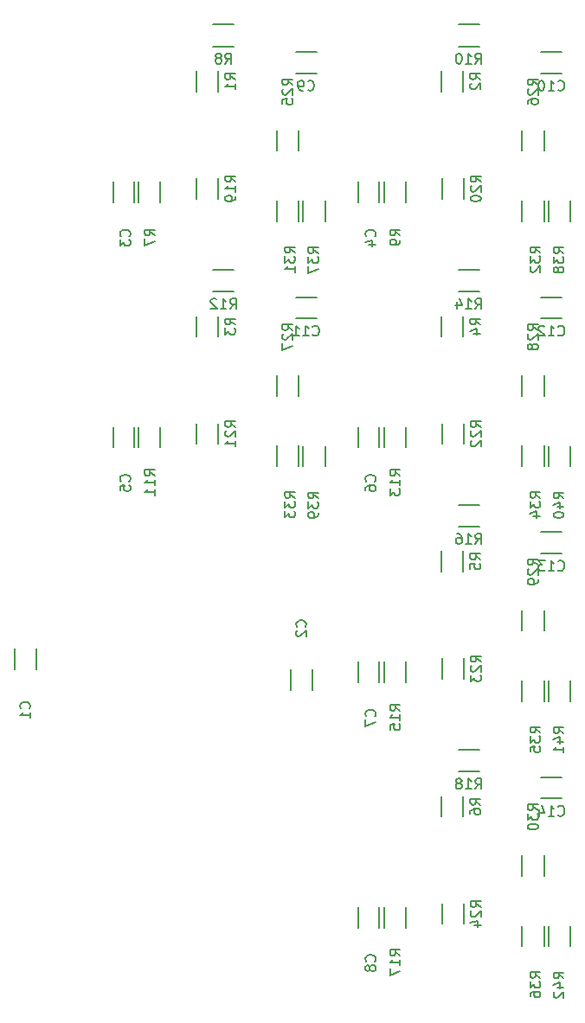
<source format=gbr>
%TF.GenerationSoftware,KiCad,Pcbnew,(6.0.4)*%
%TF.CreationDate,2023-07-24T12:45:13-04:00*%
%TF.ProjectId,BREAD_Slice,42524541-445f-4536-9c69-63652e6b6963,rev?*%
%TF.SameCoordinates,PX74eba40PY8552dc0*%
%TF.FileFunction,Legend,Bot*%
%TF.FilePolarity,Positive*%
%FSLAX46Y46*%
G04 Gerber Fmt 4.6, Leading zero omitted, Abs format (unit mm)*
G04 Created by KiCad (PCBNEW (6.0.4)) date 2023-07-24 12:45:13*
%MOMM*%
%LPD*%
G01*
G04 APERTURE LIST*
%ADD10C,0.150000*%
G04 APERTURE END LIST*
D10*
%TO.C,C2*%
X31357142Y40166667D02*
X31404761Y40214286D01*
X31452380Y40357143D01*
X31452380Y40452381D01*
X31404761Y40595239D01*
X31309523Y40690477D01*
X31214285Y40738096D01*
X31023809Y40785715D01*
X30880952Y40785715D01*
X30690476Y40738096D01*
X30595238Y40690477D01*
X30500000Y40595239D01*
X30452380Y40452381D01*
X30452380Y40357143D01*
X30500000Y40214286D01*
X30547619Y40166667D01*
X30547619Y39785715D02*
X30500000Y39738096D01*
X30452380Y39642858D01*
X30452380Y39404762D01*
X30500000Y39309524D01*
X30547619Y39261905D01*
X30642857Y39214286D01*
X30738095Y39214286D01*
X30880952Y39261905D01*
X31452380Y39833334D01*
X31452380Y39214286D01*
%TO.C,C1*%
X4357142Y32166667D02*
X4404761Y32214286D01*
X4452380Y32357143D01*
X4452380Y32452381D01*
X4404761Y32595239D01*
X4309523Y32690477D01*
X4214285Y32738096D01*
X4023809Y32785715D01*
X3880952Y32785715D01*
X3690476Y32738096D01*
X3595238Y32690477D01*
X3500000Y32595239D01*
X3452380Y32452381D01*
X3452380Y32357143D01*
X3500000Y32214286D01*
X3547619Y32166667D01*
X4452380Y31214286D02*
X4452380Y31785715D01*
X4452380Y31500000D02*
X3452380Y31500000D01*
X3595238Y31595239D01*
X3690476Y31690477D01*
X3738095Y31785715D01*
%TO.C,C3*%
X14147142Y78406667D02*
X14194761Y78454286D01*
X14242380Y78597143D01*
X14242380Y78692381D01*
X14194761Y78835239D01*
X14099523Y78930477D01*
X14004285Y78978096D01*
X13813809Y79025715D01*
X13670952Y79025715D01*
X13480476Y78978096D01*
X13385238Y78930477D01*
X13290000Y78835239D01*
X13242380Y78692381D01*
X13242380Y78597143D01*
X13290000Y78454286D01*
X13337619Y78406667D01*
X13242380Y78073334D02*
X13242380Y77454286D01*
X13623333Y77787620D01*
X13623333Y77644762D01*
X13670952Y77549524D01*
X13718571Y77501905D01*
X13813809Y77454286D01*
X14051904Y77454286D01*
X14147142Y77501905D01*
X14194761Y77549524D01*
X14242380Y77644762D01*
X14242380Y77930477D01*
X14194761Y78025715D01*
X14147142Y78073334D01*
%TO.C,C9*%
X31606666Y92732858D02*
X31654285Y92685239D01*
X31797142Y92637620D01*
X31892380Y92637620D01*
X32035238Y92685239D01*
X32130476Y92780477D01*
X32178095Y92875715D01*
X32225714Y93066191D01*
X32225714Y93209048D01*
X32178095Y93399524D01*
X32130476Y93494762D01*
X32035238Y93590000D01*
X31892380Y93637620D01*
X31797142Y93637620D01*
X31654285Y93590000D01*
X31606666Y93542381D01*
X31130476Y92637620D02*
X30940000Y92637620D01*
X30844761Y92685239D01*
X30797142Y92732858D01*
X30701904Y92875715D01*
X30654285Y93066191D01*
X30654285Y93447143D01*
X30701904Y93542381D01*
X30749523Y93590000D01*
X30844761Y93637620D01*
X31035238Y93637620D01*
X31130476Y93590000D01*
X31178095Y93542381D01*
X31225714Y93447143D01*
X31225714Y93209048D01*
X31178095Y93113810D01*
X31130476Y93066191D01*
X31035238Y93018572D01*
X30844761Y93018572D01*
X30749523Y93066191D01*
X30701904Y93113810D01*
X30654285Y93209048D01*
%TO.C,R1*%
X24502380Y93736667D02*
X24026190Y94070000D01*
X24502380Y94308096D02*
X23502380Y94308096D01*
X23502380Y93927143D01*
X23550000Y93831905D01*
X23597619Y93784286D01*
X23692857Y93736667D01*
X23835714Y93736667D01*
X23930952Y93784286D01*
X23978571Y93831905D01*
X24026190Y93927143D01*
X24026190Y94308096D01*
X24502380Y92784286D02*
X24502380Y93355715D01*
X24502380Y93070000D02*
X23502380Y93070000D01*
X23645238Y93165239D01*
X23740476Y93260477D01*
X23788095Y93355715D01*
%TO.C,R7*%
X16642380Y78476667D02*
X16166190Y78810000D01*
X16642380Y79048096D02*
X15642380Y79048096D01*
X15642380Y78667143D01*
X15690000Y78571905D01*
X15737619Y78524286D01*
X15832857Y78476667D01*
X15975714Y78476667D01*
X16070952Y78524286D01*
X16118571Y78571905D01*
X16166190Y78667143D01*
X16166190Y79048096D01*
X15642380Y78143334D02*
X15642380Y77476667D01*
X16642380Y77905239D01*
%TO.C,R8*%
X23526666Y95287620D02*
X23860000Y95763810D01*
X24098095Y95287620D02*
X24098095Y96287620D01*
X23717142Y96287620D01*
X23621904Y96240000D01*
X23574285Y96192381D01*
X23526666Y96097143D01*
X23526666Y95954286D01*
X23574285Y95859048D01*
X23621904Y95811429D01*
X23717142Y95763810D01*
X24098095Y95763810D01*
X22955238Y95859048D02*
X23050476Y95906667D01*
X23098095Y95954286D01*
X23145714Y96049524D01*
X23145714Y96097143D01*
X23098095Y96192381D01*
X23050476Y96240000D01*
X22955238Y96287620D01*
X22764761Y96287620D01*
X22669523Y96240000D01*
X22621904Y96192381D01*
X22574285Y96097143D01*
X22574285Y96049524D01*
X22621904Y95954286D01*
X22669523Y95906667D01*
X22764761Y95859048D01*
X22955238Y95859048D01*
X23050476Y95811429D01*
X23098095Y95763810D01*
X23145714Y95668572D01*
X23145714Y95478096D01*
X23098095Y95382858D01*
X23050476Y95335239D01*
X22955238Y95287620D01*
X22764761Y95287620D01*
X22669523Y95335239D01*
X22621904Y95382858D01*
X22574285Y95478096D01*
X22574285Y95668572D01*
X22621904Y95763810D01*
X22669523Y95811429D01*
X22764761Y95859048D01*
%TO.C,R19*%
X24542380Y83722858D02*
X24066190Y84056191D01*
X24542380Y84294286D02*
X23542380Y84294286D01*
X23542380Y83913334D01*
X23590000Y83818096D01*
X23637619Y83770477D01*
X23732857Y83722858D01*
X23875714Y83722858D01*
X23970952Y83770477D01*
X24018571Y83818096D01*
X24066190Y83913334D01*
X24066190Y84294286D01*
X24542380Y82770477D02*
X24542380Y83341905D01*
X24542380Y83056191D02*
X23542380Y83056191D01*
X23685238Y83151429D01*
X23780476Y83246667D01*
X23828095Y83341905D01*
X24542380Y82294286D02*
X24542380Y82103810D01*
X24494761Y82008572D01*
X24447142Y81960953D01*
X24304285Y81865715D01*
X24113809Y81818096D01*
X23732857Y81818096D01*
X23637619Y81865715D01*
X23590000Y81913334D01*
X23542380Y82008572D01*
X23542380Y82199048D01*
X23590000Y82294286D01*
X23637619Y82341905D01*
X23732857Y82389524D01*
X23970952Y82389524D01*
X24066190Y82341905D01*
X24113809Y82294286D01*
X24161428Y82199048D01*
X24161428Y82008572D01*
X24113809Y81913334D01*
X24066190Y81865715D01*
X23970952Y81818096D01*
%TO.C,R25*%
X30122380Y93202858D02*
X29646190Y93536191D01*
X30122380Y93774286D02*
X29122380Y93774286D01*
X29122380Y93393334D01*
X29170000Y93298096D01*
X29217619Y93250477D01*
X29312857Y93202858D01*
X29455714Y93202858D01*
X29550952Y93250477D01*
X29598571Y93298096D01*
X29646190Y93393334D01*
X29646190Y93774286D01*
X29217619Y92821905D02*
X29170000Y92774286D01*
X29122380Y92679048D01*
X29122380Y92440953D01*
X29170000Y92345715D01*
X29217619Y92298096D01*
X29312857Y92250477D01*
X29408095Y92250477D01*
X29550952Y92298096D01*
X30122380Y92869524D01*
X30122380Y92250477D01*
X29122380Y91345715D02*
X29122380Y91821905D01*
X29598571Y91869524D01*
X29550952Y91821905D01*
X29503333Y91726667D01*
X29503333Y91488572D01*
X29550952Y91393334D01*
X29598571Y91345715D01*
X29693809Y91298096D01*
X29931904Y91298096D01*
X30027142Y91345715D01*
X30074761Y91393334D01*
X30122380Y91488572D01*
X30122380Y91726667D01*
X30074761Y91821905D01*
X30027142Y91869524D01*
%TO.C,R31*%
X30352380Y76782858D02*
X29876190Y77116191D01*
X30352380Y77354286D02*
X29352380Y77354286D01*
X29352380Y76973334D01*
X29400000Y76878096D01*
X29447619Y76830477D01*
X29542857Y76782858D01*
X29685714Y76782858D01*
X29780952Y76830477D01*
X29828571Y76878096D01*
X29876190Y76973334D01*
X29876190Y77354286D01*
X29352380Y76449524D02*
X29352380Y75830477D01*
X29733333Y76163810D01*
X29733333Y76020953D01*
X29780952Y75925715D01*
X29828571Y75878096D01*
X29923809Y75830477D01*
X30161904Y75830477D01*
X30257142Y75878096D01*
X30304761Y75925715D01*
X30352380Y76020953D01*
X30352380Y76306667D01*
X30304761Y76401905D01*
X30257142Y76449524D01*
X30352380Y74878096D02*
X30352380Y75449524D01*
X30352380Y75163810D02*
X29352380Y75163810D01*
X29495238Y75259048D01*
X29590476Y75354286D01*
X29638095Y75449524D01*
%TO.C,R37*%
X32642380Y76732858D02*
X32166190Y77066191D01*
X32642380Y77304286D02*
X31642380Y77304286D01*
X31642380Y76923334D01*
X31690000Y76828096D01*
X31737619Y76780477D01*
X31832857Y76732858D01*
X31975714Y76732858D01*
X32070952Y76780477D01*
X32118571Y76828096D01*
X32166190Y76923334D01*
X32166190Y77304286D01*
X31642380Y76399524D02*
X31642380Y75780477D01*
X32023333Y76113810D01*
X32023333Y75970953D01*
X32070952Y75875715D01*
X32118571Y75828096D01*
X32213809Y75780477D01*
X32451904Y75780477D01*
X32547142Y75828096D01*
X32594761Y75875715D01*
X32642380Y75970953D01*
X32642380Y76256667D01*
X32594761Y76351905D01*
X32547142Y76399524D01*
X31642380Y75447143D02*
X31642380Y74780477D01*
X32642380Y75209048D01*
%TO.C,C4*%
X38147142Y78406667D02*
X38194761Y78454286D01*
X38242380Y78597143D01*
X38242380Y78692381D01*
X38194761Y78835239D01*
X38099523Y78930477D01*
X38004285Y78978096D01*
X37813809Y79025715D01*
X37670952Y79025715D01*
X37480476Y78978096D01*
X37385238Y78930477D01*
X37290000Y78835239D01*
X37242380Y78692381D01*
X37242380Y78597143D01*
X37290000Y78454286D01*
X37337619Y78406667D01*
X37575714Y77549524D02*
X38242380Y77549524D01*
X37194761Y77787620D02*
X37909047Y78025715D01*
X37909047Y77406667D01*
%TO.C,C10*%
X56082857Y92732858D02*
X56130476Y92685239D01*
X56273333Y92637620D01*
X56368571Y92637620D01*
X56511428Y92685239D01*
X56606666Y92780477D01*
X56654285Y92875715D01*
X56701904Y93066191D01*
X56701904Y93209048D01*
X56654285Y93399524D01*
X56606666Y93494762D01*
X56511428Y93590000D01*
X56368571Y93637620D01*
X56273333Y93637620D01*
X56130476Y93590000D01*
X56082857Y93542381D01*
X55130476Y92637620D02*
X55701904Y92637620D01*
X55416190Y92637620D02*
X55416190Y93637620D01*
X55511428Y93494762D01*
X55606666Y93399524D01*
X55701904Y93351905D01*
X54511428Y93637620D02*
X54416190Y93637620D01*
X54320952Y93590000D01*
X54273333Y93542381D01*
X54225714Y93447143D01*
X54178095Y93256667D01*
X54178095Y93018572D01*
X54225714Y92828096D01*
X54273333Y92732858D01*
X54320952Y92685239D01*
X54416190Y92637620D01*
X54511428Y92637620D01*
X54606666Y92685239D01*
X54654285Y92732858D01*
X54701904Y92828096D01*
X54749523Y93018572D01*
X54749523Y93256667D01*
X54701904Y93447143D01*
X54654285Y93542381D01*
X54606666Y93590000D01*
X54511428Y93637620D01*
%TO.C,R2*%
X48502380Y93736667D02*
X48026190Y94070000D01*
X48502380Y94308096D02*
X47502380Y94308096D01*
X47502380Y93927143D01*
X47550000Y93831905D01*
X47597619Y93784286D01*
X47692857Y93736667D01*
X47835714Y93736667D01*
X47930952Y93784286D01*
X47978571Y93831905D01*
X48026190Y93927143D01*
X48026190Y94308096D01*
X47597619Y93355715D02*
X47550000Y93308096D01*
X47502380Y93212858D01*
X47502380Y92974762D01*
X47550000Y92879524D01*
X47597619Y92831905D01*
X47692857Y92784286D01*
X47788095Y92784286D01*
X47930952Y92831905D01*
X48502380Y93403334D01*
X48502380Y92784286D01*
%TO.C,R9*%
X40642380Y78476667D02*
X40166190Y78810000D01*
X40642380Y79048096D02*
X39642380Y79048096D01*
X39642380Y78667143D01*
X39690000Y78571905D01*
X39737619Y78524286D01*
X39832857Y78476667D01*
X39975714Y78476667D01*
X40070952Y78524286D01*
X40118571Y78571905D01*
X40166190Y78667143D01*
X40166190Y79048096D01*
X40642380Y78000477D02*
X40642380Y77810000D01*
X40594761Y77714762D01*
X40547142Y77667143D01*
X40404285Y77571905D01*
X40213809Y77524286D01*
X39832857Y77524286D01*
X39737619Y77571905D01*
X39690000Y77619524D01*
X39642380Y77714762D01*
X39642380Y77905239D01*
X39690000Y78000477D01*
X39737619Y78048096D01*
X39832857Y78095715D01*
X40070952Y78095715D01*
X40166190Y78048096D01*
X40213809Y78000477D01*
X40261428Y77905239D01*
X40261428Y77714762D01*
X40213809Y77619524D01*
X40166190Y77571905D01*
X40070952Y77524286D01*
%TO.C,R10*%
X48002857Y95287620D02*
X48336190Y95763810D01*
X48574285Y95287620D02*
X48574285Y96287620D01*
X48193333Y96287620D01*
X48098095Y96240000D01*
X48050476Y96192381D01*
X48002857Y96097143D01*
X48002857Y95954286D01*
X48050476Y95859048D01*
X48098095Y95811429D01*
X48193333Y95763810D01*
X48574285Y95763810D01*
X47050476Y95287620D02*
X47621904Y95287620D01*
X47336190Y95287620D02*
X47336190Y96287620D01*
X47431428Y96144762D01*
X47526666Y96049524D01*
X47621904Y96001905D01*
X46431428Y96287620D02*
X46336190Y96287620D01*
X46240952Y96240000D01*
X46193333Y96192381D01*
X46145714Y96097143D01*
X46098095Y95906667D01*
X46098095Y95668572D01*
X46145714Y95478096D01*
X46193333Y95382858D01*
X46240952Y95335239D01*
X46336190Y95287620D01*
X46431428Y95287620D01*
X46526666Y95335239D01*
X46574285Y95382858D01*
X46621904Y95478096D01*
X46669523Y95668572D01*
X46669523Y95906667D01*
X46621904Y96097143D01*
X46574285Y96192381D01*
X46526666Y96240000D01*
X46431428Y96287620D01*
%TO.C,R20*%
X48542380Y83722858D02*
X48066190Y84056191D01*
X48542380Y84294286D02*
X47542380Y84294286D01*
X47542380Y83913334D01*
X47590000Y83818096D01*
X47637619Y83770477D01*
X47732857Y83722858D01*
X47875714Y83722858D01*
X47970952Y83770477D01*
X48018571Y83818096D01*
X48066190Y83913334D01*
X48066190Y84294286D01*
X47637619Y83341905D02*
X47590000Y83294286D01*
X47542380Y83199048D01*
X47542380Y82960953D01*
X47590000Y82865715D01*
X47637619Y82818096D01*
X47732857Y82770477D01*
X47828095Y82770477D01*
X47970952Y82818096D01*
X48542380Y83389524D01*
X48542380Y82770477D01*
X47542380Y82151429D02*
X47542380Y82056191D01*
X47590000Y81960953D01*
X47637619Y81913334D01*
X47732857Y81865715D01*
X47923333Y81818096D01*
X48161428Y81818096D01*
X48351904Y81865715D01*
X48447142Y81913334D01*
X48494761Y81960953D01*
X48542380Y82056191D01*
X48542380Y82151429D01*
X48494761Y82246667D01*
X48447142Y82294286D01*
X48351904Y82341905D01*
X48161428Y82389524D01*
X47923333Y82389524D01*
X47732857Y82341905D01*
X47637619Y82294286D01*
X47590000Y82246667D01*
X47542380Y82151429D01*
%TO.C,R26*%
X54122380Y93202858D02*
X53646190Y93536191D01*
X54122380Y93774286D02*
X53122380Y93774286D01*
X53122380Y93393334D01*
X53170000Y93298096D01*
X53217619Y93250477D01*
X53312857Y93202858D01*
X53455714Y93202858D01*
X53550952Y93250477D01*
X53598571Y93298096D01*
X53646190Y93393334D01*
X53646190Y93774286D01*
X53217619Y92821905D02*
X53170000Y92774286D01*
X53122380Y92679048D01*
X53122380Y92440953D01*
X53170000Y92345715D01*
X53217619Y92298096D01*
X53312857Y92250477D01*
X53408095Y92250477D01*
X53550952Y92298096D01*
X54122380Y92869524D01*
X54122380Y92250477D01*
X53122380Y91393334D02*
X53122380Y91583810D01*
X53170000Y91679048D01*
X53217619Y91726667D01*
X53360476Y91821905D01*
X53550952Y91869524D01*
X53931904Y91869524D01*
X54027142Y91821905D01*
X54074761Y91774286D01*
X54122380Y91679048D01*
X54122380Y91488572D01*
X54074761Y91393334D01*
X54027142Y91345715D01*
X53931904Y91298096D01*
X53693809Y91298096D01*
X53598571Y91345715D01*
X53550952Y91393334D01*
X53503333Y91488572D01*
X53503333Y91679048D01*
X53550952Y91774286D01*
X53598571Y91821905D01*
X53693809Y91869524D01*
%TO.C,R32*%
X54352380Y76782858D02*
X53876190Y77116191D01*
X54352380Y77354286D02*
X53352380Y77354286D01*
X53352380Y76973334D01*
X53400000Y76878096D01*
X53447619Y76830477D01*
X53542857Y76782858D01*
X53685714Y76782858D01*
X53780952Y76830477D01*
X53828571Y76878096D01*
X53876190Y76973334D01*
X53876190Y77354286D01*
X53352380Y76449524D02*
X53352380Y75830477D01*
X53733333Y76163810D01*
X53733333Y76020953D01*
X53780952Y75925715D01*
X53828571Y75878096D01*
X53923809Y75830477D01*
X54161904Y75830477D01*
X54257142Y75878096D01*
X54304761Y75925715D01*
X54352380Y76020953D01*
X54352380Y76306667D01*
X54304761Y76401905D01*
X54257142Y76449524D01*
X53447619Y75449524D02*
X53400000Y75401905D01*
X53352380Y75306667D01*
X53352380Y75068572D01*
X53400000Y74973334D01*
X53447619Y74925715D01*
X53542857Y74878096D01*
X53638095Y74878096D01*
X53780952Y74925715D01*
X54352380Y75497143D01*
X54352380Y74878096D01*
%TO.C,R38*%
X56642380Y76732858D02*
X56166190Y77066191D01*
X56642380Y77304286D02*
X55642380Y77304286D01*
X55642380Y76923334D01*
X55690000Y76828096D01*
X55737619Y76780477D01*
X55832857Y76732858D01*
X55975714Y76732858D01*
X56070952Y76780477D01*
X56118571Y76828096D01*
X56166190Y76923334D01*
X56166190Y77304286D01*
X55642380Y76399524D02*
X55642380Y75780477D01*
X56023333Y76113810D01*
X56023333Y75970953D01*
X56070952Y75875715D01*
X56118571Y75828096D01*
X56213809Y75780477D01*
X56451904Y75780477D01*
X56547142Y75828096D01*
X56594761Y75875715D01*
X56642380Y75970953D01*
X56642380Y76256667D01*
X56594761Y76351905D01*
X56547142Y76399524D01*
X56070952Y75209048D02*
X56023333Y75304286D01*
X55975714Y75351905D01*
X55880476Y75399524D01*
X55832857Y75399524D01*
X55737619Y75351905D01*
X55690000Y75304286D01*
X55642380Y75209048D01*
X55642380Y75018572D01*
X55690000Y74923334D01*
X55737619Y74875715D01*
X55832857Y74828096D01*
X55880476Y74828096D01*
X55975714Y74875715D01*
X56023333Y74923334D01*
X56070952Y75018572D01*
X56070952Y75209048D01*
X56118571Y75304286D01*
X56166190Y75351905D01*
X56261428Y75399524D01*
X56451904Y75399524D01*
X56547142Y75351905D01*
X56594761Y75304286D01*
X56642380Y75209048D01*
X56642380Y75018572D01*
X56594761Y74923334D01*
X56547142Y74875715D01*
X56451904Y74828096D01*
X56261428Y74828096D01*
X56166190Y74875715D01*
X56118571Y74923334D01*
X56070952Y75018572D01*
%TO.C,C5*%
X14147142Y54406667D02*
X14194761Y54454286D01*
X14242380Y54597143D01*
X14242380Y54692381D01*
X14194761Y54835239D01*
X14099523Y54930477D01*
X14004285Y54978096D01*
X13813809Y55025715D01*
X13670952Y55025715D01*
X13480476Y54978096D01*
X13385238Y54930477D01*
X13290000Y54835239D01*
X13242380Y54692381D01*
X13242380Y54597143D01*
X13290000Y54454286D01*
X13337619Y54406667D01*
X13242380Y53501905D02*
X13242380Y53978096D01*
X13718571Y54025715D01*
X13670952Y53978096D01*
X13623333Y53882858D01*
X13623333Y53644762D01*
X13670952Y53549524D01*
X13718571Y53501905D01*
X13813809Y53454286D01*
X14051904Y53454286D01*
X14147142Y53501905D01*
X14194761Y53549524D01*
X14242380Y53644762D01*
X14242380Y53882858D01*
X14194761Y53978096D01*
X14147142Y54025715D01*
%TO.C,C12*%
X56082857Y68732858D02*
X56130476Y68685239D01*
X56273333Y68637620D01*
X56368571Y68637620D01*
X56511428Y68685239D01*
X56606666Y68780477D01*
X56654285Y68875715D01*
X56701904Y69066191D01*
X56701904Y69209048D01*
X56654285Y69399524D01*
X56606666Y69494762D01*
X56511428Y69590000D01*
X56368571Y69637620D01*
X56273333Y69637620D01*
X56130476Y69590000D01*
X56082857Y69542381D01*
X55130476Y68637620D02*
X55701904Y68637620D01*
X55416190Y68637620D02*
X55416190Y69637620D01*
X55511428Y69494762D01*
X55606666Y69399524D01*
X55701904Y69351905D01*
X54749523Y69542381D02*
X54701904Y69590000D01*
X54606666Y69637620D01*
X54368571Y69637620D01*
X54273333Y69590000D01*
X54225714Y69542381D01*
X54178095Y69447143D01*
X54178095Y69351905D01*
X54225714Y69209048D01*
X54797142Y68637620D01*
X54178095Y68637620D01*
%TO.C,R14*%
X48002857Y71287620D02*
X48336190Y71763810D01*
X48574285Y71287620D02*
X48574285Y72287620D01*
X48193333Y72287620D01*
X48098095Y72240000D01*
X48050476Y72192381D01*
X48002857Y72097143D01*
X48002857Y71954286D01*
X48050476Y71859048D01*
X48098095Y71811429D01*
X48193333Y71763810D01*
X48574285Y71763810D01*
X47050476Y71287620D02*
X47621904Y71287620D01*
X47336190Y71287620D02*
X47336190Y72287620D01*
X47431428Y72144762D01*
X47526666Y72049524D01*
X47621904Y72001905D01*
X46193333Y71954286D02*
X46193333Y71287620D01*
X46431428Y72335239D02*
X46669523Y71620953D01*
X46050476Y71620953D01*
%TO.C,R4*%
X48502380Y69736667D02*
X48026190Y70070000D01*
X48502380Y70308096D02*
X47502380Y70308096D01*
X47502380Y69927143D01*
X47550000Y69831905D01*
X47597619Y69784286D01*
X47692857Y69736667D01*
X47835714Y69736667D01*
X47930952Y69784286D01*
X47978571Y69831905D01*
X48026190Y69927143D01*
X48026190Y70308096D01*
X47835714Y68879524D02*
X48502380Y68879524D01*
X47454761Y69117620D02*
X48169047Y69355715D01*
X48169047Y68736667D01*
%TO.C,C11*%
X32082857Y68732858D02*
X32130476Y68685239D01*
X32273333Y68637620D01*
X32368571Y68637620D01*
X32511428Y68685239D01*
X32606666Y68780477D01*
X32654285Y68875715D01*
X32701904Y69066191D01*
X32701904Y69209048D01*
X32654285Y69399524D01*
X32606666Y69494762D01*
X32511428Y69590000D01*
X32368571Y69637620D01*
X32273333Y69637620D01*
X32130476Y69590000D01*
X32082857Y69542381D01*
X31130476Y68637620D02*
X31701904Y68637620D01*
X31416190Y68637620D02*
X31416190Y69637620D01*
X31511428Y69494762D01*
X31606666Y69399524D01*
X31701904Y69351905D01*
X30178095Y68637620D02*
X30749523Y68637620D01*
X30463809Y68637620D02*
X30463809Y69637620D01*
X30559047Y69494762D01*
X30654285Y69399524D01*
X30749523Y69351905D01*
%TO.C,R3*%
X24502380Y69736667D02*
X24026190Y70070000D01*
X24502380Y70308096D02*
X23502380Y70308096D01*
X23502380Y69927143D01*
X23550000Y69831905D01*
X23597619Y69784286D01*
X23692857Y69736667D01*
X23835714Y69736667D01*
X23930952Y69784286D01*
X23978571Y69831905D01*
X24026190Y69927143D01*
X24026190Y70308096D01*
X23502380Y69403334D02*
X23502380Y68784286D01*
X23883333Y69117620D01*
X23883333Y68974762D01*
X23930952Y68879524D01*
X23978571Y68831905D01*
X24073809Y68784286D01*
X24311904Y68784286D01*
X24407142Y68831905D01*
X24454761Y68879524D01*
X24502380Y68974762D01*
X24502380Y69260477D01*
X24454761Y69355715D01*
X24407142Y69403334D01*
%TO.C,R11*%
X16642380Y54952858D02*
X16166190Y55286191D01*
X16642380Y55524286D02*
X15642380Y55524286D01*
X15642380Y55143334D01*
X15690000Y55048096D01*
X15737619Y55000477D01*
X15832857Y54952858D01*
X15975714Y54952858D01*
X16070952Y55000477D01*
X16118571Y55048096D01*
X16166190Y55143334D01*
X16166190Y55524286D01*
X16642380Y54000477D02*
X16642380Y54571905D01*
X16642380Y54286191D02*
X15642380Y54286191D01*
X15785238Y54381429D01*
X15880476Y54476667D01*
X15928095Y54571905D01*
X16642380Y53048096D02*
X16642380Y53619524D01*
X16642380Y53333810D02*
X15642380Y53333810D01*
X15785238Y53429048D01*
X15880476Y53524286D01*
X15928095Y53619524D01*
%TO.C,R12*%
X24002857Y71287620D02*
X24336190Y71763810D01*
X24574285Y71287620D02*
X24574285Y72287620D01*
X24193333Y72287620D01*
X24098095Y72240000D01*
X24050476Y72192381D01*
X24002857Y72097143D01*
X24002857Y71954286D01*
X24050476Y71859048D01*
X24098095Y71811429D01*
X24193333Y71763810D01*
X24574285Y71763810D01*
X23050476Y71287620D02*
X23621904Y71287620D01*
X23336190Y71287620D02*
X23336190Y72287620D01*
X23431428Y72144762D01*
X23526666Y72049524D01*
X23621904Y72001905D01*
X22669523Y72192381D02*
X22621904Y72240000D01*
X22526666Y72287620D01*
X22288571Y72287620D01*
X22193333Y72240000D01*
X22145714Y72192381D01*
X22098095Y72097143D01*
X22098095Y72001905D01*
X22145714Y71859048D01*
X22717142Y71287620D01*
X22098095Y71287620D01*
%TO.C,R28*%
X54122380Y69202858D02*
X53646190Y69536191D01*
X54122380Y69774286D02*
X53122380Y69774286D01*
X53122380Y69393334D01*
X53170000Y69298096D01*
X53217619Y69250477D01*
X53312857Y69202858D01*
X53455714Y69202858D01*
X53550952Y69250477D01*
X53598571Y69298096D01*
X53646190Y69393334D01*
X53646190Y69774286D01*
X53217619Y68821905D02*
X53170000Y68774286D01*
X53122380Y68679048D01*
X53122380Y68440953D01*
X53170000Y68345715D01*
X53217619Y68298096D01*
X53312857Y68250477D01*
X53408095Y68250477D01*
X53550952Y68298096D01*
X54122380Y68869524D01*
X54122380Y68250477D01*
X53550952Y67679048D02*
X53503333Y67774286D01*
X53455714Y67821905D01*
X53360476Y67869524D01*
X53312857Y67869524D01*
X53217619Y67821905D01*
X53170000Y67774286D01*
X53122380Y67679048D01*
X53122380Y67488572D01*
X53170000Y67393334D01*
X53217619Y67345715D01*
X53312857Y67298096D01*
X53360476Y67298096D01*
X53455714Y67345715D01*
X53503333Y67393334D01*
X53550952Y67488572D01*
X53550952Y67679048D01*
X53598571Y67774286D01*
X53646190Y67821905D01*
X53741428Y67869524D01*
X53931904Y67869524D01*
X54027142Y67821905D01*
X54074761Y67774286D01*
X54122380Y67679048D01*
X54122380Y67488572D01*
X54074761Y67393334D01*
X54027142Y67345715D01*
X53931904Y67298096D01*
X53741428Y67298096D01*
X53646190Y67345715D01*
X53598571Y67393334D01*
X53550952Y67488572D01*
%TO.C,R21*%
X24542380Y59722858D02*
X24066190Y60056191D01*
X24542380Y60294286D02*
X23542380Y60294286D01*
X23542380Y59913334D01*
X23590000Y59818096D01*
X23637619Y59770477D01*
X23732857Y59722858D01*
X23875714Y59722858D01*
X23970952Y59770477D01*
X24018571Y59818096D01*
X24066190Y59913334D01*
X24066190Y60294286D01*
X23637619Y59341905D02*
X23590000Y59294286D01*
X23542380Y59199048D01*
X23542380Y58960953D01*
X23590000Y58865715D01*
X23637619Y58818096D01*
X23732857Y58770477D01*
X23828095Y58770477D01*
X23970952Y58818096D01*
X24542380Y59389524D01*
X24542380Y58770477D01*
X24542380Y57818096D02*
X24542380Y58389524D01*
X24542380Y58103810D02*
X23542380Y58103810D01*
X23685238Y58199048D01*
X23780476Y58294286D01*
X23828095Y58389524D01*
%TO.C,R27*%
X30122380Y69202858D02*
X29646190Y69536191D01*
X30122380Y69774286D02*
X29122380Y69774286D01*
X29122380Y69393334D01*
X29170000Y69298096D01*
X29217619Y69250477D01*
X29312857Y69202858D01*
X29455714Y69202858D01*
X29550952Y69250477D01*
X29598571Y69298096D01*
X29646190Y69393334D01*
X29646190Y69774286D01*
X29217619Y68821905D02*
X29170000Y68774286D01*
X29122380Y68679048D01*
X29122380Y68440953D01*
X29170000Y68345715D01*
X29217619Y68298096D01*
X29312857Y68250477D01*
X29408095Y68250477D01*
X29550952Y68298096D01*
X30122380Y68869524D01*
X30122380Y68250477D01*
X29122380Y67917143D02*
X29122380Y67250477D01*
X30122380Y67679048D01*
%TO.C,R33*%
X30352380Y52782858D02*
X29876190Y53116191D01*
X30352380Y53354286D02*
X29352380Y53354286D01*
X29352380Y52973334D01*
X29400000Y52878096D01*
X29447619Y52830477D01*
X29542857Y52782858D01*
X29685714Y52782858D01*
X29780952Y52830477D01*
X29828571Y52878096D01*
X29876190Y52973334D01*
X29876190Y53354286D01*
X29352380Y52449524D02*
X29352380Y51830477D01*
X29733333Y52163810D01*
X29733333Y52020953D01*
X29780952Y51925715D01*
X29828571Y51878096D01*
X29923809Y51830477D01*
X30161904Y51830477D01*
X30257142Y51878096D01*
X30304761Y51925715D01*
X30352380Y52020953D01*
X30352380Y52306667D01*
X30304761Y52401905D01*
X30257142Y52449524D01*
X29352380Y51497143D02*
X29352380Y50878096D01*
X29733333Y51211429D01*
X29733333Y51068572D01*
X29780952Y50973334D01*
X29828571Y50925715D01*
X29923809Y50878096D01*
X30161904Y50878096D01*
X30257142Y50925715D01*
X30304761Y50973334D01*
X30352380Y51068572D01*
X30352380Y51354286D01*
X30304761Y51449524D01*
X30257142Y51497143D01*
%TO.C,R39*%
X32642380Y52732858D02*
X32166190Y53066191D01*
X32642380Y53304286D02*
X31642380Y53304286D01*
X31642380Y52923334D01*
X31690000Y52828096D01*
X31737619Y52780477D01*
X31832857Y52732858D01*
X31975714Y52732858D01*
X32070952Y52780477D01*
X32118571Y52828096D01*
X32166190Y52923334D01*
X32166190Y53304286D01*
X31642380Y52399524D02*
X31642380Y51780477D01*
X32023333Y52113810D01*
X32023333Y51970953D01*
X32070952Y51875715D01*
X32118571Y51828096D01*
X32213809Y51780477D01*
X32451904Y51780477D01*
X32547142Y51828096D01*
X32594761Y51875715D01*
X32642380Y51970953D01*
X32642380Y52256667D01*
X32594761Y52351905D01*
X32547142Y52399524D01*
X32642380Y51304286D02*
X32642380Y51113810D01*
X32594761Y51018572D01*
X32547142Y50970953D01*
X32404285Y50875715D01*
X32213809Y50828096D01*
X31832857Y50828096D01*
X31737619Y50875715D01*
X31690000Y50923334D01*
X31642380Y51018572D01*
X31642380Y51209048D01*
X31690000Y51304286D01*
X31737619Y51351905D01*
X31832857Y51399524D01*
X32070952Y51399524D01*
X32166190Y51351905D01*
X32213809Y51304286D01*
X32261428Y51209048D01*
X32261428Y51018572D01*
X32213809Y50923334D01*
X32166190Y50875715D01*
X32070952Y50828096D01*
%TO.C,C6*%
X38147142Y54406667D02*
X38194761Y54454286D01*
X38242380Y54597143D01*
X38242380Y54692381D01*
X38194761Y54835239D01*
X38099523Y54930477D01*
X38004285Y54978096D01*
X37813809Y55025715D01*
X37670952Y55025715D01*
X37480476Y54978096D01*
X37385238Y54930477D01*
X37290000Y54835239D01*
X37242380Y54692381D01*
X37242380Y54597143D01*
X37290000Y54454286D01*
X37337619Y54406667D01*
X37242380Y53549524D02*
X37242380Y53740000D01*
X37290000Y53835239D01*
X37337619Y53882858D01*
X37480476Y53978096D01*
X37670952Y54025715D01*
X38051904Y54025715D01*
X38147142Y53978096D01*
X38194761Y53930477D01*
X38242380Y53835239D01*
X38242380Y53644762D01*
X38194761Y53549524D01*
X38147142Y53501905D01*
X38051904Y53454286D01*
X37813809Y53454286D01*
X37718571Y53501905D01*
X37670952Y53549524D01*
X37623333Y53644762D01*
X37623333Y53835239D01*
X37670952Y53930477D01*
X37718571Y53978096D01*
X37813809Y54025715D01*
%TO.C,R22*%
X48542380Y59722858D02*
X48066190Y60056191D01*
X48542380Y60294286D02*
X47542380Y60294286D01*
X47542380Y59913334D01*
X47590000Y59818096D01*
X47637619Y59770477D01*
X47732857Y59722858D01*
X47875714Y59722858D01*
X47970952Y59770477D01*
X48018571Y59818096D01*
X48066190Y59913334D01*
X48066190Y60294286D01*
X47637619Y59341905D02*
X47590000Y59294286D01*
X47542380Y59199048D01*
X47542380Y58960953D01*
X47590000Y58865715D01*
X47637619Y58818096D01*
X47732857Y58770477D01*
X47828095Y58770477D01*
X47970952Y58818096D01*
X48542380Y59389524D01*
X48542380Y58770477D01*
X47637619Y58389524D02*
X47590000Y58341905D01*
X47542380Y58246667D01*
X47542380Y58008572D01*
X47590000Y57913334D01*
X47637619Y57865715D01*
X47732857Y57818096D01*
X47828095Y57818096D01*
X47970952Y57865715D01*
X48542380Y58437143D01*
X48542380Y57818096D01*
%TO.C,R34*%
X54352380Y52782858D02*
X53876190Y53116191D01*
X54352380Y53354286D02*
X53352380Y53354286D01*
X53352380Y52973334D01*
X53400000Y52878096D01*
X53447619Y52830477D01*
X53542857Y52782858D01*
X53685714Y52782858D01*
X53780952Y52830477D01*
X53828571Y52878096D01*
X53876190Y52973334D01*
X53876190Y53354286D01*
X53352380Y52449524D02*
X53352380Y51830477D01*
X53733333Y52163810D01*
X53733333Y52020953D01*
X53780952Y51925715D01*
X53828571Y51878096D01*
X53923809Y51830477D01*
X54161904Y51830477D01*
X54257142Y51878096D01*
X54304761Y51925715D01*
X54352380Y52020953D01*
X54352380Y52306667D01*
X54304761Y52401905D01*
X54257142Y52449524D01*
X53685714Y50973334D02*
X54352380Y50973334D01*
X53304761Y51211429D02*
X54019047Y51449524D01*
X54019047Y50830477D01*
%TO.C,R40*%
X56642380Y52732858D02*
X56166190Y53066191D01*
X56642380Y53304286D02*
X55642380Y53304286D01*
X55642380Y52923334D01*
X55690000Y52828096D01*
X55737619Y52780477D01*
X55832857Y52732858D01*
X55975714Y52732858D01*
X56070952Y52780477D01*
X56118571Y52828096D01*
X56166190Y52923334D01*
X56166190Y53304286D01*
X55975714Y51875715D02*
X56642380Y51875715D01*
X55594761Y52113810D02*
X56309047Y52351905D01*
X56309047Y51732858D01*
X55642380Y51161429D02*
X55642380Y51066191D01*
X55690000Y50970953D01*
X55737619Y50923334D01*
X55832857Y50875715D01*
X56023333Y50828096D01*
X56261428Y50828096D01*
X56451904Y50875715D01*
X56547142Y50923334D01*
X56594761Y50970953D01*
X56642380Y51066191D01*
X56642380Y51161429D01*
X56594761Y51256667D01*
X56547142Y51304286D01*
X56451904Y51351905D01*
X56261428Y51399524D01*
X56023333Y51399524D01*
X55832857Y51351905D01*
X55737619Y51304286D01*
X55690000Y51256667D01*
X55642380Y51161429D01*
%TO.C,R13*%
X40642380Y54952858D02*
X40166190Y55286191D01*
X40642380Y55524286D02*
X39642380Y55524286D01*
X39642380Y55143334D01*
X39690000Y55048096D01*
X39737619Y55000477D01*
X39832857Y54952858D01*
X39975714Y54952858D01*
X40070952Y55000477D01*
X40118571Y55048096D01*
X40166190Y55143334D01*
X40166190Y55524286D01*
X40642380Y54000477D02*
X40642380Y54571905D01*
X40642380Y54286191D02*
X39642380Y54286191D01*
X39785238Y54381429D01*
X39880476Y54476667D01*
X39928095Y54571905D01*
X39642380Y53667143D02*
X39642380Y53048096D01*
X40023333Y53381429D01*
X40023333Y53238572D01*
X40070952Y53143334D01*
X40118571Y53095715D01*
X40213809Y53048096D01*
X40451904Y53048096D01*
X40547142Y53095715D01*
X40594761Y53143334D01*
X40642380Y53238572D01*
X40642380Y53524286D01*
X40594761Y53619524D01*
X40547142Y53667143D01*
%TO.C,C13*%
X56082857Y45732858D02*
X56130476Y45685239D01*
X56273333Y45637620D01*
X56368571Y45637620D01*
X56511428Y45685239D01*
X56606666Y45780477D01*
X56654285Y45875715D01*
X56701904Y46066191D01*
X56701904Y46209048D01*
X56654285Y46399524D01*
X56606666Y46494762D01*
X56511428Y46590000D01*
X56368571Y46637620D01*
X56273333Y46637620D01*
X56130476Y46590000D01*
X56082857Y46542381D01*
X55130476Y45637620D02*
X55701904Y45637620D01*
X55416190Y45637620D02*
X55416190Y46637620D01*
X55511428Y46494762D01*
X55606666Y46399524D01*
X55701904Y46351905D01*
X54797142Y46637620D02*
X54178095Y46637620D01*
X54511428Y46256667D01*
X54368571Y46256667D01*
X54273333Y46209048D01*
X54225714Y46161429D01*
X54178095Y46066191D01*
X54178095Y45828096D01*
X54225714Y45732858D01*
X54273333Y45685239D01*
X54368571Y45637620D01*
X54654285Y45637620D01*
X54749523Y45685239D01*
X54797142Y45732858D01*
%TO.C,R16*%
X48002857Y48287620D02*
X48336190Y48763810D01*
X48574285Y48287620D02*
X48574285Y49287620D01*
X48193333Y49287620D01*
X48098095Y49240000D01*
X48050476Y49192381D01*
X48002857Y49097143D01*
X48002857Y48954286D01*
X48050476Y48859048D01*
X48098095Y48811429D01*
X48193333Y48763810D01*
X48574285Y48763810D01*
X47050476Y48287620D02*
X47621904Y48287620D01*
X47336190Y48287620D02*
X47336190Y49287620D01*
X47431428Y49144762D01*
X47526666Y49049524D01*
X47621904Y49001905D01*
X46193333Y49287620D02*
X46383809Y49287620D01*
X46479047Y49240000D01*
X46526666Y49192381D01*
X46621904Y49049524D01*
X46669523Y48859048D01*
X46669523Y48478096D01*
X46621904Y48382858D01*
X46574285Y48335239D01*
X46479047Y48287620D01*
X46288571Y48287620D01*
X46193333Y48335239D01*
X46145714Y48382858D01*
X46098095Y48478096D01*
X46098095Y48716191D01*
X46145714Y48811429D01*
X46193333Y48859048D01*
X46288571Y48906667D01*
X46479047Y48906667D01*
X46574285Y48859048D01*
X46621904Y48811429D01*
X46669523Y48716191D01*
%TO.C,C14*%
X56082857Y21732858D02*
X56130476Y21685239D01*
X56273333Y21637620D01*
X56368571Y21637620D01*
X56511428Y21685239D01*
X56606666Y21780477D01*
X56654285Y21875715D01*
X56701904Y22066191D01*
X56701904Y22209048D01*
X56654285Y22399524D01*
X56606666Y22494762D01*
X56511428Y22590000D01*
X56368571Y22637620D01*
X56273333Y22637620D01*
X56130476Y22590000D01*
X56082857Y22542381D01*
X55130476Y21637620D02*
X55701904Y21637620D01*
X55416190Y21637620D02*
X55416190Y22637620D01*
X55511428Y22494762D01*
X55606666Y22399524D01*
X55701904Y22351905D01*
X54273333Y22304286D02*
X54273333Y21637620D01*
X54511428Y22685239D02*
X54749523Y21970953D01*
X54130476Y21970953D01*
%TO.C,R18*%
X48002857Y24287620D02*
X48336190Y24763810D01*
X48574285Y24287620D02*
X48574285Y25287620D01*
X48193333Y25287620D01*
X48098095Y25240000D01*
X48050476Y25192381D01*
X48002857Y25097143D01*
X48002857Y24954286D01*
X48050476Y24859048D01*
X48098095Y24811429D01*
X48193333Y24763810D01*
X48574285Y24763810D01*
X47050476Y24287620D02*
X47621904Y24287620D01*
X47336190Y24287620D02*
X47336190Y25287620D01*
X47431428Y25144762D01*
X47526666Y25049524D01*
X47621904Y25001905D01*
X46479047Y24859048D02*
X46574285Y24906667D01*
X46621904Y24954286D01*
X46669523Y25049524D01*
X46669523Y25097143D01*
X46621904Y25192381D01*
X46574285Y25240000D01*
X46479047Y25287620D01*
X46288571Y25287620D01*
X46193333Y25240000D01*
X46145714Y25192381D01*
X46098095Y25097143D01*
X46098095Y25049524D01*
X46145714Y24954286D01*
X46193333Y24906667D01*
X46288571Y24859048D01*
X46479047Y24859048D01*
X46574285Y24811429D01*
X46621904Y24763810D01*
X46669523Y24668572D01*
X46669523Y24478096D01*
X46621904Y24382858D01*
X46574285Y24335239D01*
X46479047Y24287620D01*
X46288571Y24287620D01*
X46193333Y24335239D01*
X46145714Y24382858D01*
X46098095Y24478096D01*
X46098095Y24668572D01*
X46145714Y24763810D01*
X46193333Y24811429D01*
X46288571Y24859048D01*
%TO.C,R5*%
X48502380Y46736667D02*
X48026190Y47070000D01*
X48502380Y47308096D02*
X47502380Y47308096D01*
X47502380Y46927143D01*
X47550000Y46831905D01*
X47597619Y46784286D01*
X47692857Y46736667D01*
X47835714Y46736667D01*
X47930952Y46784286D01*
X47978571Y46831905D01*
X48026190Y46927143D01*
X48026190Y47308096D01*
X47502380Y45831905D02*
X47502380Y46308096D01*
X47978571Y46355715D01*
X47930952Y46308096D01*
X47883333Y46212858D01*
X47883333Y45974762D01*
X47930952Y45879524D01*
X47978571Y45831905D01*
X48073809Y45784286D01*
X48311904Y45784286D01*
X48407142Y45831905D01*
X48454761Y45879524D01*
X48502380Y45974762D01*
X48502380Y46212858D01*
X48454761Y46308096D01*
X48407142Y46355715D01*
%TO.C,R29*%
X54122380Y46202858D02*
X53646190Y46536191D01*
X54122380Y46774286D02*
X53122380Y46774286D01*
X53122380Y46393334D01*
X53170000Y46298096D01*
X53217619Y46250477D01*
X53312857Y46202858D01*
X53455714Y46202858D01*
X53550952Y46250477D01*
X53598571Y46298096D01*
X53646190Y46393334D01*
X53646190Y46774286D01*
X53217619Y45821905D02*
X53170000Y45774286D01*
X53122380Y45679048D01*
X53122380Y45440953D01*
X53170000Y45345715D01*
X53217619Y45298096D01*
X53312857Y45250477D01*
X53408095Y45250477D01*
X53550952Y45298096D01*
X54122380Y45869524D01*
X54122380Y45250477D01*
X54122380Y44774286D02*
X54122380Y44583810D01*
X54074761Y44488572D01*
X54027142Y44440953D01*
X53884285Y44345715D01*
X53693809Y44298096D01*
X53312857Y44298096D01*
X53217619Y44345715D01*
X53170000Y44393334D01*
X53122380Y44488572D01*
X53122380Y44679048D01*
X53170000Y44774286D01*
X53217619Y44821905D01*
X53312857Y44869524D01*
X53550952Y44869524D01*
X53646190Y44821905D01*
X53693809Y44774286D01*
X53741428Y44679048D01*
X53741428Y44488572D01*
X53693809Y44393334D01*
X53646190Y44345715D01*
X53550952Y44298096D01*
%TO.C,C7*%
X38147142Y31406667D02*
X38194761Y31454286D01*
X38242380Y31597143D01*
X38242380Y31692381D01*
X38194761Y31835239D01*
X38099523Y31930477D01*
X38004285Y31978096D01*
X37813809Y32025715D01*
X37670952Y32025715D01*
X37480476Y31978096D01*
X37385238Y31930477D01*
X37290000Y31835239D01*
X37242380Y31692381D01*
X37242380Y31597143D01*
X37290000Y31454286D01*
X37337619Y31406667D01*
X37242380Y31073334D02*
X37242380Y30406667D01*
X38242380Y30835239D01*
%TO.C,R23*%
X48542380Y36722858D02*
X48066190Y37056191D01*
X48542380Y37294286D02*
X47542380Y37294286D01*
X47542380Y36913334D01*
X47590000Y36818096D01*
X47637619Y36770477D01*
X47732857Y36722858D01*
X47875714Y36722858D01*
X47970952Y36770477D01*
X48018571Y36818096D01*
X48066190Y36913334D01*
X48066190Y37294286D01*
X47637619Y36341905D02*
X47590000Y36294286D01*
X47542380Y36199048D01*
X47542380Y35960953D01*
X47590000Y35865715D01*
X47637619Y35818096D01*
X47732857Y35770477D01*
X47828095Y35770477D01*
X47970952Y35818096D01*
X48542380Y36389524D01*
X48542380Y35770477D01*
X47542380Y35437143D02*
X47542380Y34818096D01*
X47923333Y35151429D01*
X47923333Y35008572D01*
X47970952Y34913334D01*
X48018571Y34865715D01*
X48113809Y34818096D01*
X48351904Y34818096D01*
X48447142Y34865715D01*
X48494761Y34913334D01*
X48542380Y35008572D01*
X48542380Y35294286D01*
X48494761Y35389524D01*
X48447142Y35437143D01*
%TO.C,R6*%
X48502380Y22736667D02*
X48026190Y23070000D01*
X48502380Y23308096D02*
X47502380Y23308096D01*
X47502380Y22927143D01*
X47550000Y22831905D01*
X47597619Y22784286D01*
X47692857Y22736667D01*
X47835714Y22736667D01*
X47930952Y22784286D01*
X47978571Y22831905D01*
X48026190Y22927143D01*
X48026190Y23308096D01*
X47502380Y21879524D02*
X47502380Y22070000D01*
X47550000Y22165239D01*
X47597619Y22212858D01*
X47740476Y22308096D01*
X47930952Y22355715D01*
X48311904Y22355715D01*
X48407142Y22308096D01*
X48454761Y22260477D01*
X48502380Y22165239D01*
X48502380Y21974762D01*
X48454761Y21879524D01*
X48407142Y21831905D01*
X48311904Y21784286D01*
X48073809Y21784286D01*
X47978571Y21831905D01*
X47930952Y21879524D01*
X47883333Y21974762D01*
X47883333Y22165239D01*
X47930952Y22260477D01*
X47978571Y22308096D01*
X48073809Y22355715D01*
%TO.C,R30*%
X54122380Y22202858D02*
X53646190Y22536191D01*
X54122380Y22774286D02*
X53122380Y22774286D01*
X53122380Y22393334D01*
X53170000Y22298096D01*
X53217619Y22250477D01*
X53312857Y22202858D01*
X53455714Y22202858D01*
X53550952Y22250477D01*
X53598571Y22298096D01*
X53646190Y22393334D01*
X53646190Y22774286D01*
X53122380Y21869524D02*
X53122380Y21250477D01*
X53503333Y21583810D01*
X53503333Y21440953D01*
X53550952Y21345715D01*
X53598571Y21298096D01*
X53693809Y21250477D01*
X53931904Y21250477D01*
X54027142Y21298096D01*
X54074761Y21345715D01*
X54122380Y21440953D01*
X54122380Y21726667D01*
X54074761Y21821905D01*
X54027142Y21869524D01*
X53122380Y20631429D02*
X53122380Y20536191D01*
X53170000Y20440953D01*
X53217619Y20393334D01*
X53312857Y20345715D01*
X53503333Y20298096D01*
X53741428Y20298096D01*
X53931904Y20345715D01*
X54027142Y20393334D01*
X54074761Y20440953D01*
X54122380Y20536191D01*
X54122380Y20631429D01*
X54074761Y20726667D01*
X54027142Y20774286D01*
X53931904Y20821905D01*
X53741428Y20869524D01*
X53503333Y20869524D01*
X53312857Y20821905D01*
X53217619Y20774286D01*
X53170000Y20726667D01*
X53122380Y20631429D01*
%TO.C,R35*%
X54352380Y29782858D02*
X53876190Y30116191D01*
X54352380Y30354286D02*
X53352380Y30354286D01*
X53352380Y29973334D01*
X53400000Y29878096D01*
X53447619Y29830477D01*
X53542857Y29782858D01*
X53685714Y29782858D01*
X53780952Y29830477D01*
X53828571Y29878096D01*
X53876190Y29973334D01*
X53876190Y30354286D01*
X53352380Y29449524D02*
X53352380Y28830477D01*
X53733333Y29163810D01*
X53733333Y29020953D01*
X53780952Y28925715D01*
X53828571Y28878096D01*
X53923809Y28830477D01*
X54161904Y28830477D01*
X54257142Y28878096D01*
X54304761Y28925715D01*
X54352380Y29020953D01*
X54352380Y29306667D01*
X54304761Y29401905D01*
X54257142Y29449524D01*
X53352380Y27925715D02*
X53352380Y28401905D01*
X53828571Y28449524D01*
X53780952Y28401905D01*
X53733333Y28306667D01*
X53733333Y28068572D01*
X53780952Y27973334D01*
X53828571Y27925715D01*
X53923809Y27878096D01*
X54161904Y27878096D01*
X54257142Y27925715D01*
X54304761Y27973334D01*
X54352380Y28068572D01*
X54352380Y28306667D01*
X54304761Y28401905D01*
X54257142Y28449524D01*
%TO.C,R41*%
X56642380Y29732858D02*
X56166190Y30066191D01*
X56642380Y30304286D02*
X55642380Y30304286D01*
X55642380Y29923334D01*
X55690000Y29828096D01*
X55737619Y29780477D01*
X55832857Y29732858D01*
X55975714Y29732858D01*
X56070952Y29780477D01*
X56118571Y29828096D01*
X56166190Y29923334D01*
X56166190Y30304286D01*
X55975714Y28875715D02*
X56642380Y28875715D01*
X55594761Y29113810D02*
X56309047Y29351905D01*
X56309047Y28732858D01*
X56642380Y27828096D02*
X56642380Y28399524D01*
X56642380Y28113810D02*
X55642380Y28113810D01*
X55785238Y28209048D01*
X55880476Y28304286D01*
X55928095Y28399524D01*
%TO.C,R15*%
X40642380Y31952858D02*
X40166190Y32286191D01*
X40642380Y32524286D02*
X39642380Y32524286D01*
X39642380Y32143334D01*
X39690000Y32048096D01*
X39737619Y32000477D01*
X39832857Y31952858D01*
X39975714Y31952858D01*
X40070952Y32000477D01*
X40118571Y32048096D01*
X40166190Y32143334D01*
X40166190Y32524286D01*
X40642380Y31000477D02*
X40642380Y31571905D01*
X40642380Y31286191D02*
X39642380Y31286191D01*
X39785238Y31381429D01*
X39880476Y31476667D01*
X39928095Y31571905D01*
X39642380Y30095715D02*
X39642380Y30571905D01*
X40118571Y30619524D01*
X40070952Y30571905D01*
X40023333Y30476667D01*
X40023333Y30238572D01*
X40070952Y30143334D01*
X40118571Y30095715D01*
X40213809Y30048096D01*
X40451904Y30048096D01*
X40547142Y30095715D01*
X40594761Y30143334D01*
X40642380Y30238572D01*
X40642380Y30476667D01*
X40594761Y30571905D01*
X40547142Y30619524D01*
%TO.C,C8*%
X38147142Y7406667D02*
X38194761Y7454286D01*
X38242380Y7597143D01*
X38242380Y7692381D01*
X38194761Y7835239D01*
X38099523Y7930477D01*
X38004285Y7978096D01*
X37813809Y8025715D01*
X37670952Y8025715D01*
X37480476Y7978096D01*
X37385238Y7930477D01*
X37290000Y7835239D01*
X37242380Y7692381D01*
X37242380Y7597143D01*
X37290000Y7454286D01*
X37337619Y7406667D01*
X37670952Y6835239D02*
X37623333Y6930477D01*
X37575714Y6978096D01*
X37480476Y7025715D01*
X37432857Y7025715D01*
X37337619Y6978096D01*
X37290000Y6930477D01*
X37242380Y6835239D01*
X37242380Y6644762D01*
X37290000Y6549524D01*
X37337619Y6501905D01*
X37432857Y6454286D01*
X37480476Y6454286D01*
X37575714Y6501905D01*
X37623333Y6549524D01*
X37670952Y6644762D01*
X37670952Y6835239D01*
X37718571Y6930477D01*
X37766190Y6978096D01*
X37861428Y7025715D01*
X38051904Y7025715D01*
X38147142Y6978096D01*
X38194761Y6930477D01*
X38242380Y6835239D01*
X38242380Y6644762D01*
X38194761Y6549524D01*
X38147142Y6501905D01*
X38051904Y6454286D01*
X37861428Y6454286D01*
X37766190Y6501905D01*
X37718571Y6549524D01*
X37670952Y6644762D01*
%TO.C,R24*%
X48542380Y12722858D02*
X48066190Y13056191D01*
X48542380Y13294286D02*
X47542380Y13294286D01*
X47542380Y12913334D01*
X47590000Y12818096D01*
X47637619Y12770477D01*
X47732857Y12722858D01*
X47875714Y12722858D01*
X47970952Y12770477D01*
X48018571Y12818096D01*
X48066190Y12913334D01*
X48066190Y13294286D01*
X47637619Y12341905D02*
X47590000Y12294286D01*
X47542380Y12199048D01*
X47542380Y11960953D01*
X47590000Y11865715D01*
X47637619Y11818096D01*
X47732857Y11770477D01*
X47828095Y11770477D01*
X47970952Y11818096D01*
X48542380Y12389524D01*
X48542380Y11770477D01*
X47875714Y10913334D02*
X48542380Y10913334D01*
X47494761Y11151429D02*
X48209047Y11389524D01*
X48209047Y10770477D01*
%TO.C,R36*%
X54352380Y5782858D02*
X53876190Y6116191D01*
X54352380Y6354286D02*
X53352380Y6354286D01*
X53352380Y5973334D01*
X53400000Y5878096D01*
X53447619Y5830477D01*
X53542857Y5782858D01*
X53685714Y5782858D01*
X53780952Y5830477D01*
X53828571Y5878096D01*
X53876190Y5973334D01*
X53876190Y6354286D01*
X53352380Y5449524D02*
X53352380Y4830477D01*
X53733333Y5163810D01*
X53733333Y5020953D01*
X53780952Y4925715D01*
X53828571Y4878096D01*
X53923809Y4830477D01*
X54161904Y4830477D01*
X54257142Y4878096D01*
X54304761Y4925715D01*
X54352380Y5020953D01*
X54352380Y5306667D01*
X54304761Y5401905D01*
X54257142Y5449524D01*
X53352380Y3973334D02*
X53352380Y4163810D01*
X53400000Y4259048D01*
X53447619Y4306667D01*
X53590476Y4401905D01*
X53780952Y4449524D01*
X54161904Y4449524D01*
X54257142Y4401905D01*
X54304761Y4354286D01*
X54352380Y4259048D01*
X54352380Y4068572D01*
X54304761Y3973334D01*
X54257142Y3925715D01*
X54161904Y3878096D01*
X53923809Y3878096D01*
X53828571Y3925715D01*
X53780952Y3973334D01*
X53733333Y4068572D01*
X53733333Y4259048D01*
X53780952Y4354286D01*
X53828571Y4401905D01*
X53923809Y4449524D01*
%TO.C,R42*%
X56642380Y5732858D02*
X56166190Y6066191D01*
X56642380Y6304286D02*
X55642380Y6304286D01*
X55642380Y5923334D01*
X55690000Y5828096D01*
X55737619Y5780477D01*
X55832857Y5732858D01*
X55975714Y5732858D01*
X56070952Y5780477D01*
X56118571Y5828096D01*
X56166190Y5923334D01*
X56166190Y6304286D01*
X55975714Y4875715D02*
X56642380Y4875715D01*
X55594761Y5113810D02*
X56309047Y5351905D01*
X56309047Y4732858D01*
X55737619Y4399524D02*
X55690000Y4351905D01*
X55642380Y4256667D01*
X55642380Y4018572D01*
X55690000Y3923334D01*
X55737619Y3875715D01*
X55832857Y3828096D01*
X55928095Y3828096D01*
X56070952Y3875715D01*
X56642380Y4447143D01*
X56642380Y3828096D01*
%TO.C,R17*%
X40642380Y7952858D02*
X40166190Y8286191D01*
X40642380Y8524286D02*
X39642380Y8524286D01*
X39642380Y8143334D01*
X39690000Y8048096D01*
X39737619Y8000477D01*
X39832857Y7952858D01*
X39975714Y7952858D01*
X40070952Y8000477D01*
X40118571Y8048096D01*
X40166190Y8143334D01*
X40166190Y8524286D01*
X40642380Y7000477D02*
X40642380Y7571905D01*
X40642380Y7286191D02*
X39642380Y7286191D01*
X39785238Y7381429D01*
X39880476Y7476667D01*
X39928095Y7571905D01*
X39642380Y6667143D02*
X39642380Y6000477D01*
X40642380Y6429048D01*
%TO.C,C2*%
X32070000Y36000000D02*
X32070000Y33990000D01*
X29930000Y35970000D02*
X29930000Y33960000D01*
%TO.C,C1*%
X2930000Y36000000D02*
X2930000Y38010000D01*
X5070000Y36030000D02*
X5070000Y38040000D01*
%TO.C,C3*%
X12545000Y81720000D02*
X12545000Y83720000D01*
X14595000Y83720000D02*
X14595000Y81720000D01*
%TO.C,C9*%
X32440000Y94365000D02*
X30440000Y94365000D01*
X30440000Y96415000D02*
X32440000Y96415000D01*
%TO.C,R1*%
X20675000Y94570000D02*
X20675000Y92570000D01*
X22825000Y92570000D02*
X22825000Y94570000D01*
%TO.C,R7*%
X17195000Y81720000D02*
X17195000Y83720000D01*
X15045000Y83720000D02*
X15045000Y81720000D01*
%TO.C,R8*%
X22360000Y96965000D02*
X24360000Y96965000D01*
X24360000Y99115000D02*
X22360000Y99115000D01*
%TO.C,R19*%
X20715000Y84080000D02*
X20715000Y82080000D01*
X22865000Y82080000D02*
X22865000Y84080000D01*
%TO.C,R25*%
X28575000Y88770000D02*
X28575000Y86770000D01*
X30725000Y86770000D02*
X30725000Y88770000D01*
%TO.C,R31*%
X30735000Y79890000D02*
X30735000Y81890000D01*
X28585000Y81890000D02*
X28585000Y79890000D01*
%TO.C,R37*%
X33315000Y79880000D02*
X33315000Y81880000D01*
X31165000Y81880000D02*
X31165000Y79880000D01*
%TO.C,C4*%
X38595000Y83720000D02*
X38595000Y81720000D01*
X36545000Y81720000D02*
X36545000Y83720000D01*
%TO.C,C10*%
X54440000Y96415000D02*
X56440000Y96415000D01*
X56440000Y94365000D02*
X54440000Y94365000D01*
%TO.C,R2*%
X46825000Y92570000D02*
X46825000Y94570000D01*
X44675000Y94570000D02*
X44675000Y92570000D01*
%TO.C,R9*%
X41195000Y81720000D02*
X41195000Y83720000D01*
X39045000Y83720000D02*
X39045000Y81720000D01*
%TO.C,R10*%
X48360000Y99115000D02*
X46360000Y99115000D01*
X46360000Y96965000D02*
X48360000Y96965000D01*
%TO.C,R20*%
X44715000Y84080000D02*
X44715000Y82080000D01*
X46865000Y82080000D02*
X46865000Y84080000D01*
%TO.C,R26*%
X54725000Y86770000D02*
X54725000Y88770000D01*
X52575000Y88770000D02*
X52575000Y86770000D01*
%TO.C,R32*%
X52585000Y81890000D02*
X52585000Y79890000D01*
X54735000Y79890000D02*
X54735000Y81890000D01*
%TO.C,R38*%
X55165000Y81880000D02*
X55165000Y79880000D01*
X57315000Y79880000D02*
X57315000Y81880000D01*
%TO.C,C5*%
X12545000Y57720000D02*
X12545000Y59720000D01*
X14595000Y59720000D02*
X14595000Y57720000D01*
%TO.C,C12*%
X56440000Y70365000D02*
X54440000Y70365000D01*
X54440000Y72415000D02*
X56440000Y72415000D01*
%TO.C,R14*%
X48360000Y75115000D02*
X46360000Y75115000D01*
X46360000Y72965000D02*
X48360000Y72965000D01*
%TO.C,R4*%
X46825000Y68570000D02*
X46825000Y70570000D01*
X44675000Y70570000D02*
X44675000Y68570000D01*
%TO.C,C11*%
X32440000Y70365000D02*
X30440000Y70365000D01*
X30440000Y72415000D02*
X32440000Y72415000D01*
%TO.C,R3*%
X22825000Y68570000D02*
X22825000Y70570000D01*
X20675000Y70570000D02*
X20675000Y68570000D01*
%TO.C,R11*%
X17195000Y57720000D02*
X17195000Y59720000D01*
X15045000Y59720000D02*
X15045000Y57720000D01*
%TO.C,R12*%
X22360000Y72965000D02*
X24360000Y72965000D01*
X24360000Y75115000D02*
X22360000Y75115000D01*
%TO.C,R28*%
X54725000Y62770000D02*
X54725000Y64770000D01*
X52575000Y64770000D02*
X52575000Y62770000D01*
%TO.C,R21*%
X20715000Y60080000D02*
X20715000Y58080000D01*
X22865000Y58080000D02*
X22865000Y60080000D01*
%TO.C,R27*%
X28575000Y64770000D02*
X28575000Y62770000D01*
X30725000Y62770000D02*
X30725000Y64770000D01*
%TO.C,R33*%
X28585000Y57890000D02*
X28585000Y55890000D01*
X30735000Y55890000D02*
X30735000Y57890000D01*
%TO.C,R39*%
X33315000Y55880000D02*
X33315000Y57880000D01*
X31165000Y57880000D02*
X31165000Y55880000D01*
%TO.C,C6*%
X36545000Y57720000D02*
X36545000Y59720000D01*
X38595000Y59720000D02*
X38595000Y57720000D01*
%TO.C,R22*%
X44715000Y60080000D02*
X44715000Y58080000D01*
X46865000Y58080000D02*
X46865000Y60080000D01*
%TO.C,R34*%
X54735000Y55890000D02*
X54735000Y57890000D01*
X52585000Y57890000D02*
X52585000Y55890000D01*
%TO.C,R40*%
X55165000Y57880000D02*
X55165000Y55880000D01*
X57315000Y55880000D02*
X57315000Y57880000D01*
%TO.C,R13*%
X41195000Y57720000D02*
X41195000Y59720000D01*
X39045000Y59720000D02*
X39045000Y57720000D01*
%TO.C,C13*%
X54440000Y49415000D02*
X56440000Y49415000D01*
X56440000Y47365000D02*
X54440000Y47365000D01*
%TO.C,R16*%
X46360000Y49965000D02*
X48360000Y49965000D01*
X48360000Y52115000D02*
X46360000Y52115000D01*
%TO.C,C14*%
X56440000Y23365000D02*
X54440000Y23365000D01*
X54440000Y25415000D02*
X56440000Y25415000D01*
%TO.C,R18*%
X48360000Y28115000D02*
X46360000Y28115000D01*
X46360000Y25965000D02*
X48360000Y25965000D01*
%TO.C,R5*%
X46825000Y45570000D02*
X46825000Y47570000D01*
X44675000Y47570000D02*
X44675000Y45570000D01*
%TO.C,R29*%
X52575000Y41770000D02*
X52575000Y39770000D01*
X54725000Y39770000D02*
X54725000Y41770000D01*
%TO.C,C7*%
X38595000Y36720000D02*
X38595000Y34720000D01*
X36545000Y34720000D02*
X36545000Y36720000D01*
%TO.C,R23*%
X46865000Y35080000D02*
X46865000Y37080000D01*
X44715000Y37080000D02*
X44715000Y35080000D01*
%TO.C,R6*%
X46825000Y21570000D02*
X46825000Y23570000D01*
X44675000Y23570000D02*
X44675000Y21570000D01*
%TO.C,R30*%
X52575000Y17770000D02*
X52575000Y15770000D01*
X54725000Y15770000D02*
X54725000Y17770000D01*
%TO.C,R35*%
X54735000Y32890000D02*
X54735000Y34890000D01*
X52585000Y34890000D02*
X52585000Y32890000D01*
%TO.C,R41*%
X57315000Y32880000D02*
X57315000Y34880000D01*
X55165000Y34880000D02*
X55165000Y32880000D01*
%TO.C,R15*%
X39045000Y36720000D02*
X39045000Y34720000D01*
X41195000Y34720000D02*
X41195000Y36720000D01*
%TO.C,C8*%
X36545000Y10720000D02*
X36545000Y12720000D01*
X38595000Y12720000D02*
X38595000Y10720000D01*
%TO.C,R24*%
X44715000Y13080000D02*
X44715000Y11080000D01*
X46865000Y11080000D02*
X46865000Y13080000D01*
%TO.C,R36*%
X54735000Y8890000D02*
X54735000Y10890000D01*
X52585000Y10890000D02*
X52585000Y8890000D01*
%TO.C,R42*%
X55165000Y10880000D02*
X55165000Y8880000D01*
X57315000Y8880000D02*
X57315000Y10880000D01*
%TO.C,R17*%
X39045000Y12720000D02*
X39045000Y10720000D01*
X41195000Y10720000D02*
X41195000Y12720000D01*
%TD*%
M02*

</source>
